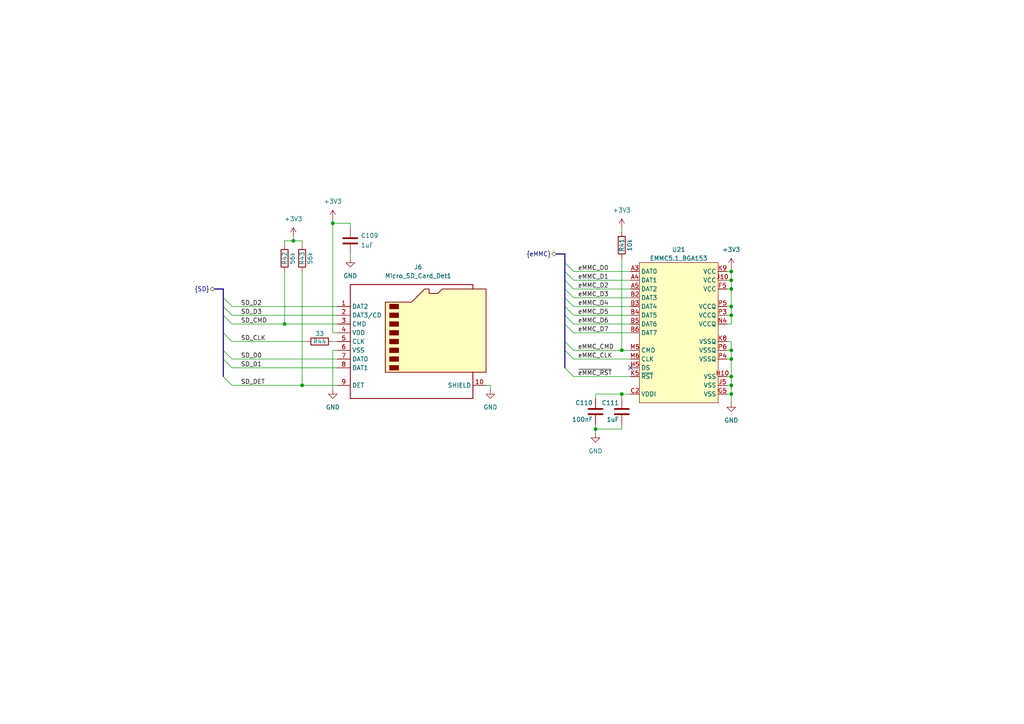
<source format=kicad_sch>
(kicad_sch (version 20250114) (generator "eeschema") (generator_version "9.0")
  (paper "A4")
  (title_block (title "Icepi CM0") (date "2025-11-03") (rev "v1.0") (company "Icy Electronics") (comment 1 "Chengyin Yao (cheyao)") (comment 2 "https://github.com/cheyao/icepi-cm0"))
  (lib_symbols
    (symbol "Connector:Micro_SD_Card_Det1"
      (property "Reference" "J" (at -16.51 17.78 0))
      (property "Value" "Micro_SD_Card_Det1" (at 16.51 17.78 0))
      (symbol "Micro_SD_Card_Det1_0_1"
        (polyline (pts (xy -8.89 -8.89) (xy -8.89 11.43) (xy -1.27 11.43) (xy 2.54 15.24) (xy 3.81 15.24) (xy 3.81 13.97) (xy 6.35 13.97) (xy 7.62 15.24) (xy 20.32 15.24) (xy 20.32 -8.89) (xy -8.89 -8.89)) (stroke (width 0.254)) (fill (type background)))
        (rectangle (start -7.62 10.795) (end -5.08 9.525) (stroke (width 0.254)) (fill (type outline)))
        (rectangle (start -7.62 8.255) (end -5.08 6.985) (stroke (width 0.254)) (fill (type outline)))
        (rectangle (start -7.62 5.715) (end -5.08 4.445) (stroke (width 0.254)) (fill (type outline)))
        (rectangle (start -7.62 3.175) (end -5.08 1.905) (stroke (width 0.254)) (fill (type outline)))
        (rectangle (start -7.62 0.635) (end -5.08 -0.635) (stroke (width 0.254)) (fill (type outline)))
        (rectangle (start -7.62 -1.905) (end -5.08 -3.175) (stroke (width 0.254)) (fill (type outline)))
        (rectangle (start -7.62 -4.445) (end -5.08 -5.715) (stroke (width 0.254)) (fill (type outline)))
        (rectangle (start -7.62 -6.985) (end -5.08 -8.255) (stroke (width 0.254)) (fill (type outline)))
        (polyline (pts (xy 16.51 15.24) (xy 16.51 16.51) (xy -19.05 16.51) (xy -19.05 -16.51) (xy 16.51 -16.51) (xy 16.51 -8.89)) (stroke (width 0.254)))
      )
      (symbol "Micro_SD_Card_Det1_1_1"
        (pin bidirectional line (at -22.86 10.16 0) (length 3.81) (name "DAT2") (number "1"))
        (pin bidirectional line (at -22.86 7.62 0) (length 3.81) (name "DAT3/CD") (number "2"))
        (pin input line (at -22.86 5.08 0) (length 3.81) (name "CMD") (number "3"))
        (pin power_in line (at -22.86 2.54 0) (length 3.81) (name "VDD") (number "4"))
        (pin input line (at -22.86 0 0) (length 3.81) (name "CLK") (number "5"))
        (pin power_in line (at -22.86 -2.54 0) (length 3.81) (name "VSS") (number "6"))
        (pin bidirectional line (at -22.86 -5.08 0) (length 3.81) (name "DAT0") (number "7"))
        (pin bidirectional line (at -22.86 -7.62 0) (length 3.81) (name "DAT1") (number "8"))
        (pin passive line (at -22.86 -12.7 0) (length 3.81) (name "DET") (number "9"))
        (pin passive line (at 20.32 -12.7 180) (length 3.81) (name "SHIELD") (number "10"))
      )
    )
    (symbol "Device:C" (pin_numbers (hide yes)) (pin_names (offset 0.254))
      (property "Reference" "C" (at 0.635 2.54 0))
      (property "Value" "C" (at 0.635 -2.54 0))
      (symbol "C_0_1"
        (polyline (pts (xy -2.032 0.762) (xy 2.032 0.762)) (stroke (width 0.508)))
        (polyline (pts (xy -2.032 -0.762) (xy 2.032 -0.762)) (stroke (width 0.508)))
      )
      (symbol "C_1_1"
        (pin passive line (at 0 3.81 270) (length 2.794) (name "~") (number "1"))
        (pin passive line (at 0 -3.81 90) (length 2.794) (name "~") (number "2"))
      )
    )
    (symbol "Device:R" (pin_numbers (hide yes)) (pin_names (offset 0))
      (property "Reference" "R" (at 2.032 0 90))
      (property "Value" "R" (at 0 0 90))
      (symbol "R_0_1"
        (rectangle (start -1.016 -2.54) (end 1.016 2.54) (stroke (width 0.254)))
      )
      (symbol "R_1_1"
        (pin passive line (at 0 3.81 270) (length 1.27) (name "~") (number "1"))
        (pin passive line (at 0 -3.81 90) (length 1.27) (name "~") (number "2"))
      )
    )
    (symbol "cm0:EMMC5.1_BGA153"
      (property "Reference" "U" (at 0 23.622 0))
      (property "Value" "EMMC5.1_BGA153" (at 0 21.59 0))
      (symbol "EMMC5.1_BGA153_0_0"
        (pin bidirectional line (at -13.97 17.78 0) (length 2.54) (name "DAT0") (number "A3"))
        (pin bidirectional line (at -13.97 15.24 0) (length 2.54) (name "DAT1") (number "A4"))
        (pin bidirectional line (at -13.97 12.7 0) (length 2.54) (name "DAT2") (number "A5"))
        (pin bidirectional line (at -13.97 10.16 0) (length 2.54) (name "DAT3") (number "B2"))
        (pin bidirectional line (at -13.97 7.62 0) (length 2.54) (name "DAT4") (number "B3"))
        (pin bidirectional line (at -13.97 5.08 0) (length 2.54) (name "DAT5") (number "B4"))
        (pin bidirectional line (at -13.97 2.54 0) (length 2.54) (name "DAT6") (number "B5"))
        (pin bidirectional line (at -13.97 0 0) (length 2.54) (name "DAT7") (number "B6"))
        (pin input line (at -13.97 -5.08 0) (length 2.54) (name "CMD") (number "M5"))
        (pin input line (at -13.97 -7.62 0) (length 2.54) (name "CLK") (number "M6"))
        (pin input line (at -13.97 -10.16 0) (length 2.54) (name "DS") (number "H5"))
        (pin input line (at -13.97 -12.7 0) (length 2.54) (name "~{RST}") (number "K5"))
        (pin power_in line (at -13.97 -17.78 0) (length 2.54) (name "VDDI") (number "C2"))
        (pin no_connect line (at 0 -22.86 90) (length 2.54) (hide yes) (name "NC") (number "A1"))
        (pin no_connect line (at 0 -22.86 90) (length 2.54) (hide yes) (name "NC") (number "A10"))
        (pin no_connect line (at 0 -22.86 90) (length 2.54) (hide yes) (name "NC") (number "A11"))
        (pin no_connect line (at 0 -22.86 90) (length 2.54) (hide yes) (name "NC") (number "A12"))
        (pin no_connect line (at 0 -22.86 90) (length 2.54) (hide yes) (name "NC") (number "A13"))
        (pin no_connect line (at 0 -22.86 90) (length 2.54) (hide yes) (name "NC") (number "A14"))
        (pin no_connect line (at 0 -22.86 90) (length 2.54) (hide yes) (name "NC") (number "A2"))
        (pin no_connect line (at 0 -22.86 90) (length 2.54) (hide yes) (name "NC") (number "A7"))
        (pin no_connect line (at 0 -22.86 90) (length 2.54) (hide yes) (name "NC") (number "A8"))
        (pin no_connect line (at 0 -22.86 90) (length 2.54) (hide yes) (name "NC") (number "A9"))
        (pin no_connect line (at 0 -22.86 90) (length 2.54) (hide yes) (name "NC") (number "B1"))
        (pin no_connect line (at 0 -22.86 90) (length 2.54) (hide yes) (name "NC") (number "B10"))
        (pin no_connect line (at 0 -22.86 90) (length 2.54) (hide yes) (name "NC") (number "B11"))
        (pin no_connect line (at 0 -22.86 90) (length 2.54) (hide yes) (name "NC") (number "B12"))
        (pin no_connect line (at 0 -22.86 90) (length 2.54) (hide yes) (name "NC") (number "B13"))
        (pin no_connect line (at 0 -22.86 90) (length 2.54) (hide yes) (name "NC") (number "B14"))
        (pin no_connect line (at 0 -22.86 90) (length 2.54) (hide yes) (name "NC") (number "B7"))
        (pin no_connect line (at 0 -22.86 90) (length 2.54) (hide yes) (name "NC") (number "B8"))
        (pin no_connect line (at 0 -22.86 90) (length 2.54) (hide yes) (name "NC") (number "B9"))
        (pin no_connect line (at 0 -22.86 90) (length 2.54) (hide yes) (name "NC") (number "C1"))
        (pin no_connect line (at 0 -22.86 90) (length 2.54) (hide yes) (name "NC") (number "C10"))
        (pin no_connect line (at 0 -22.86 90) (length 2.54) (hide yes) (name "NC") (number "C11"))
        (pin no_connect line (at 0 -22.86 90) (length 2.54) (hide yes) (name "NC") (number "C12"))
        (pin no_connect line (at 0 -22.86 90) (length 2.54) (hide yes) (name "NC") (number "C13"))
        (pin no_connect line (at 0 -22.86 90) (length 2.54) (hide yes) (name "NC") (number "C14"))
        (pin no_connect line (at 0 -22.86 90) (length 2.54) (hide yes) (name "NC") (number "C3"))
        (pin no_connect line (at 0 -22.86 90) (length 2.54) (hide yes) (name "NC") (number "C5"))
        (pin no_connect line (at 0 -22.86 90) (length 2.54) (hide yes) (name "NC") (number "C7"))
        (pin no_connect line (at 0 -22.86 90) (length 2.54) (hide yes) (name "NC") (number "C8"))
        (pin no_connect line (at 0 -22.86 90) (length 2.54) (hide yes) (name "NC") (number "C9"))
        (pin no_connect line (at 0 -22.86 90) (length 2.54) (hide yes) (name "NC") (number "D1"))
        (pin no_connect line (at 0 -22.86 90) (length 2.54) (hide yes) (name "NC") (number "D12"))
        (pin no_connect line (at 0 -22.86 90) (length 2.54) (hide yes) (name "NC") (number "D13"))
        (pin no_connect line (at 0 -22.86 90) (length 2.54) (hide yes) (name "NC") (number "D14"))
        (pin no_connect line (at 0 -22.86 90) (length 2.54) (hide yes) (name "NC") (number "D2"))
        (pin no_connect line (at 0 -22.86 90) (length 2.54) (hide yes) (name "NC") (number "D3"))
        (pin no_connect line (at 0 -22.86 90) (length 2.54) (hide yes) (name "NC") (number "D4"))
        (pin no_connect line (at 0 -22.86 90) (length 2.54) (hide yes) (name "NC") (number "E1"))
        (pin no_connect line (at 0 -22.86 90) (length 2.54) (hide yes) (name "NC") (number "E10"))
        (pin no_connect line (at 0 -22.86 90) (length 2.54) (hide yes) (name "NC") (number "E12"))
        (pin no_connect line (at 0 -22.86 90) (length 2.54) (hide yes) (name "NC") (number "E13"))
        (pin no_connect line (at 0 -22.86 90) (length 2.54) (hide yes) (name "NC") (number "E14"))
        (pin no_connect line (at 0 -22.86 90) (length 2.54) (hide yes) (name "NC") (number "E2"))
        (pin no_connect line (at 0 -22.86 90) (length 2.54) (hide yes) (name "NC") (number "E3"))
        (pin no_connect line (at 0 -22.86 90) (length 2.54) (hide yes) (name "NC") (number "E8"))
        (pin no_connect line (at 0 -22.86 90) (length 2.54) (hide yes) (name "NC") (number "E9"))
        (pin no_connect line (at 0 -22.86 90) (length 2.54) (hide yes) (name "NC") (number "F1"))
        (pin no_connect line (at 0 -22.86 90) (length 2.54) (hide yes) (name "NC") (number "F10"))
        (pin no_connect line (at 0 -22.86 90) (length 2.54) (hide yes) (name "NC") (number "F12"))
        (pin no_connect line (at 0 -22.86 90) (length 2.54) (hide yes) (name "NC") (number "F13"))
        (pin no_connect line (at 0 -22.86 90) (length 2.54) (hide yes) (name "NC") (number "F14"))
        (pin no_connect line (at 0 -22.86 90) (length 2.54) (hide yes) (name "NC") (number "F2"))
        (pin no_connect line (at 0 -22.86 90) (length 2.54) (hide yes) (name "NC") (number "F3"))
        (pin no_connect line (at 0 -22.86 90) (length 2.54) (hide yes) (name "NC") (number "G1"))
        (pin no_connect line (at 0 -22.86 90) (length 2.54) (hide yes) (name "NC") (number "G10"))
        (pin no_connect line (at 0 -22.86 90) (length 2.54) (hide yes) (name "NC") (number "G12"))
        (pin no_connect line (at 0 -22.86 90) (length 2.54) (hide yes) (name "NC") (number "G13"))
        (pin no_connect line (at 0 -22.86 90) (length 2.54) (hide yes) (name "NC") (number "G14"))
        (pin no_connect line (at 0 -22.86 90) (length 2.54) (hide yes) (name "NC") (number "G2"))
        (pin no_connect line (at 0 -22.86 90) (length 2.54) (hide yes) (name "NC") (number "G3"))
        (pin no_connect line (at 0 -22.86 90) (length 2.54) (hide yes) (name "NC") (number "H1"))
        (pin no_connect line (at 0 -22.86 90) (length 2.54) (hide yes) (name "NC") (number "H12"))
        (pin no_connect line (at 0 -22.86 90) (length 2.54) (hide yes) (name "NC") (number "H13"))
        (pin no_connect line (at 0 -22.86 90) (length 2.54) (hide yes) (name "NC") (number "H14"))
        (pin no_connect line (at 0 -22.86 90) (length 2.54) (hide yes) (name "NC") (number "H2"))
        (pin no_connect line (at 0 -22.86 90) (length 2.54) (hide yes) (name "NC") (number "H3"))
        (pin no_connect line (at 0 -22.86 90) (length 2.54) (hide yes) (name "NC") (number "J1"))
        (pin no_connect line (at 0 -22.86 90) (length 2.54) (hide yes) (name "NC") (number "J12"))
        (pin no_connect line (at 0 -22.86 90) (length 2.54) (hide yes) (name "NC") (number "J13"))
        (pin no_connect line (at 0 -22.86 90) (length 2.54) (hide yes) (name "NC") (number "J14"))
        (pin no_connect line (at 0 -22.86 90) (length 2.54) (hide yes) (name "NC") (number "J2"))
        (pin no_connect line (at 0 -22.86 90) (length 2.54) (hide yes) (name "NC") (number "J3"))
        (pin no_connect line (at 0 -22.86 90) (length 2.54) (hide yes) (name "NC") (number "K1"))
        (pin no_connect line (at 0 -22.86 90) (length 2.54) (hide yes) (name "NC") (number "K10"))
        (pin no_connect line (at 0 -22.86 90) (length 2.54) (hide yes) (name "NC") (number "K12"))
        (pin no_connect line (at 0 -22.86 90) (length 2.54) (hide yes) (name "NC") (number "K13"))
        (pin no_connect line (at 0 -22.86 90) (length 2.54) (hide yes) (name "NC") (number "K14"))
        (pin no_connect line (at 0 -22.86 90) (length 2.54) (hide yes) (name "NC") (number "K2"))
        (pin no_connect line (at 0 -22.86 90) (length 2.54) (hide yes) (name "NC") (number "K3"))
        (pin no_connect line (at 0 -22.86 90) (length 2.54) (hide yes) (name "NC") (number "K6"))
        (pin no_connect line (at 0 -22.86 90) (length 2.54) (hide yes) (name "NC") (number "K7"))
        (pin no_connect line (at 0 -22.86 90) (length 2.54) (hide yes) (name "NC") (number "L1"))
        (pin no_connect line (at 0 -22.86 90) (length 2.54) (hide yes) (name "NC") (number "L12"))
        (pin no_connect line (at 0 -22.86 90) (length 2.54) (hide yes) (name "NC") (number "L13"))
        (pin no_connect line (at 0 -22.86 90) (length 2.54) (hide yes) (name "NC") (number "L14"))
        (pin no_connect line (at 0 -22.86 90) (length 2.54) (hide yes) (name "NC") (number "L2"))
        (pin no_connect line (at 0 -22.86 90) (length 2.54) (hide yes) (name "NC") (number "L3"))
        (pin no_connect line (at 0 -22.86 90) (length 2.54) (hide yes) (name "NC") (number "M1"))
        (pin no_connect line (at 0 -22.86 90) (length 2.54) (hide yes) (name "NC") (number "M10"))
        (pin no_connect line (at 0 -22.86 90) (length 2.54) (hide yes) (name "NC") (number "M11"))
        (pin no_connect line (at 0 -22.86 90) (length 2.54) (hide yes) (name "NC") (number "M12"))
        (pin no_connect line (at 0 -22.86 90) (length 2.54) (hide yes) (name "NC") (number "M13"))
        (pin no_connect line (at 0 -22.86 90) (length 2.54) (hide yes) (name "NC") (number "M14"))
        (pin no_connect line (at 0 -22.86 90) (length 2.54) (hide yes) (name "NC") (number "M2"))
        (pin no_connect line (at 0 -22.86 90) (length 2.54) (hide yes) (name "NC") (number "M3"))
        (pin no_connect line (at 0 -22.86 90) (length 2.54) (hide yes) (name "NC") (number "M7"))
        (pin no_connect line (at 0 -22.86 90) (length 2.54) (hide yes) (name "NC") (number "M8"))
        (pin no_connect line (at 0 -22.86 90) (length 2.54) (hide yes) (name "NC") (number "M9"))
        (pin no_connect line (at 0 -22.86 90) (length 2.54) (hide yes) (name "NC") (number "N1"))
        (pin no_connect line (at 0 -22.86 90) (length 2.54) (hide yes) (name "NC") (number "N10"))
        (pin no_connect line (at 0 -22.86 90) (length 2.54) (hide yes) (name "NC") (number "N11"))
        (pin no_connect line (at 0 -22.86 90) (length 2.54) (hide yes) (name "NC") (number "N12"))
        (pin no_connect line (at 0 -22.86 90) (length 2.54) (hide yes) (name "NC") (number "N13"))
        (pin no_connect line (at 0 -22.86 90) (length 2.54) (hide yes) (name "NC") (number "N14"))
        (pin no_connect line (at 0 -22.86 90) (length 2.54) (hide yes) (name "NC") (number "N3"))
        (pin no_connect line (at 0 -22.86 90) (length 2.54) (hide yes) (name "NC") (number "N6"))
        (pin no_connect line (at 0 -22.86 90) (length 2.54) (hide yes) (name "NC") (number "N7"))
        (pin no_connect line (at 0 -22.86 90) (length 2.54) (hide yes) (name "NC") (number "N8"))
        (pin no_connect line (at 0 -22.86 90) (length 2.54) (hide yes) (name "NC") (number "N9"))
        (pin no_connect line (at 0 -22.86 90) (length 2.54) (hide yes) (name "NC") (number "P1"))
        (pin no_connect line (at 0 -22.86 90) (length 2.54) (hide yes) (name "NC") (number "P10"))
        (pin no_connect line (at 0 -22.86 90) (length 2.54) (hide yes) (name "NC") (number "P11"))
        (pin no_connect line (at 0 -22.86 90) (length 2.54) (hide yes) (name "NC") (number "P12"))
        (pin no_connect line (at 0 -22.86 90) (length 2.54) (hide yes) (name "NC") (number "P13"))
        (pin no_connect line (at 0 -22.86 90) (length 2.54) (hide yes) (name "NC") (number "P14"))
        (pin no_connect line (at 0 -22.86 90) (length 2.54) (hide yes) (name "NC") (number "P2"))
        (pin no_connect line (at 0 -22.86 90) (length 2.54) (hide yes) (name "NC") (number "P7"))
        (pin no_connect line (at 0 -22.86 90) (length 2.54) (hide yes) (name "NC") (number "P8"))
        (pin no_connect line (at 0 -22.86 90) (length 2.54) (hide yes) (name "NC") (number "P9"))
        (pin power_in line (at 13.97 17.78 180) (length 2.54) (name "VCC") (number "K9"))
        (pin power_in line (at 13.97 15.24 180) (length 2.54) (name "VCC") (number "J10"))
        (pin power_in line (at 13.97 12.7 180) (length 2.54) (hide yes) (name "VCC") (number "E6"))
        (pin power_in line (at 13.97 12.7 180) (length 2.54) (name "VCC") (number "F5"))
        (pin power_in line (at 13.97 7.62 180) (length 2.54) (name "VCCQ") (number "P5"))
        (pin power_in line (at 13.97 5.08 180) (length 2.54) (hide yes) (name "VCCQ") (number "M4"))
        (pin power_in line (at 13.97 5.08 180) (length 2.54) (name "VCCQ") (number "P3"))
        (pin power_in line (at 13.97 2.54 180) (length 2.54) (hide yes) (name "VCCQ") (number "C6"))
        (pin power_in line (at 13.97 2.54 180) (length 2.54) (name "VCCQ") (number "N4"))
        (pin power_in line (at 13.97 -2.54 180) (length 2.54) (name "VSSQ") (number "K8"))
        (pin power_in line (at 13.97 -2.54 180) (length 2.54) (hide yes) (name "VSSQ") (number "N5"))
        (pin power_in line (at 13.97 -5.08 180) (length 2.54) (hide yes) (name "VSSQ") (number "N2"))
        (pin power_in line (at 13.97 -5.08 180) (length 2.54) (name "VSSQ") (number "P6"))
        (pin power_in line (at 13.97 -7.62 180) (length 2.54) (hide yes) (name "VSSQ") (number "C4"))
        (pin power_in line (at 13.97 -7.62 180) (length 2.54) (name "VSSQ") (number "P4"))
        (pin power_in line (at 13.97 -12.7 180) (length 2.54) (name "VSS") (number "H10"))
        (pin power_in line (at 13.97 -15.24 180) (length 2.54) (hide yes) (name "VSS") (number "E7"))
        (pin power_in line (at 13.97 -15.24 180) (length 2.54) (name "VSS") (number "J5"))
        (pin power_in line (at 13.97 -17.78 180) (length 2.54) (hide yes) (name "VSS") (number "A6"))
        (pin power_in line (at 13.97 -17.78 180) (length 2.54) (name "VSS") (number "G5"))
      )
      (symbol "EMMC5.1_BGA153_1_1"
        (rectangle (start -11.43 20.32) (end 11.43 -20.32) (fill (type background)))
        (pin no_connect line (at 0 -22.86 90) (length 2.54) (hide yes) (name "NC") (number "E5"))
      )
    )
    (symbol "power:+3V3" (power) (pin_numbers (hide yes)) (pin_names (offset 0) (hide yes))
      (property "Value" "+3V3" (at 0 3.556 0))
      (symbol "+3V3_0_1"
        (polyline (pts (xy -0.762 1.27) (xy 0 2.54)))
        (polyline (pts (xy 0 2.54) (xy 0.762 1.27)))
        (polyline (pts (xy 0 0) (xy 0 2.54)))
      )
      (symbol "+3V3_1_1"
        (pin power_in line (at 0 0 90) (length 0) (name "~") (number "1"))
      )
    )
    (symbol "power:GND" (power) (pin_numbers (hide yes)) (pin_names (offset 0) (hide yes))
      (property "Value" "GND" (at 0 -3.81 0))
      (symbol "GND_0_1"
        (polyline (pts (xy 0 0) (xy 0 -1.27) (xy 1.27 -1.27) (xy 0 -2.54) (xy -1.27 -1.27) (xy 0 -1.27)))
      )
      (symbol "GND_1_1"
        (pin power_in line (at 0 0 270) (length 0) (name "~") (number "1"))
      )
    )
  )
  (bus_alias "SD" (members "SD_D0" "SD_D1" "SD_D2" "SD_D3" "SD_DET" "SD_CMD" "SD_CLK"))
  (bus_alias "eMMC" (members "eMMC_D0" "eMMC_D1" "eMMC_D2" "eMMC_D3" "eMMC_D4" "eMMC_D5" "eMMC_D6" "eMMC_D7" "eMMC_CMD" "eMMC_CLK" "~{eMMC_RST}"))
  (junction (at 87.63 111.76))
  (junction (at 180.34 101.6))
  (junction (at 212.09 111.76))
  (junction (at 212.09 91.44))
  (junction (at 212.09 88.9))
  (junction (at 212.09 101.6))
  (junction (at 212.09 114.3))
  (junction (at 212.09 83.82))
  (junction (at 172.72 124.46))
  (junction (at 85.09 69.85))
  (junction (at 82.55 93.98))
  (junction (at 212.09 78.74))
  (junction (at 212.09 109.22))
  (junction (at 96.52 64.77))
  (junction (at 212.09 81.28))
  (junction (at 212.09 104.14))
  (junction (at 180.34 114.3))
  (no_connect (at 182.88 106.68))
  (bus_entry (at 166.37 81.28) (size -2.54 -2.54))
  (bus_entry (at 67.31 88.9) (size -2.54 -2.54))
  (bus_entry (at 166.37 88.9) (size -2.54 -2.54))
  (bus_entry (at 67.31 104.14) (size -2.54 -2.54))
  (bus_entry (at 166.37 96.52) (size -2.54 -2.54))
  (bus_entry (at 67.31 111.76) (size -2.54 -2.54))
  (bus_entry (at 166.37 91.44) (size -2.54 -2.54))
  (bus_entry (at 166.37 78.74) (size -2.54 -2.54))
  (bus_entry (at 67.31 99.06) (size -2.54 -2.54))
  (bus_entry (at 166.37 86.36) (size -2.54 -2.54))
  (bus_entry (at 166.37 109.22) (size -2.54 -2.54))
  (bus_entry (at 166.37 104.14) (size -2.54 -2.54))
  (bus_entry (at 166.37 101.6) (size -2.54 -2.54))
  (bus_entry (at 67.31 93.98) (size -2.54 -2.54))
  (bus_entry (at 67.31 91.44) (size -2.54 -2.54))
  (bus_entry (at 166.37 83.82) (size -2.54 -2.54))
  (bus_entry (at 67.31 106.68) (size -2.54 -2.54))
  (bus_entry (at 166.37 93.98) (size -2.54 -2.54))
  (bus (pts (xy 64.77 88.9) (xy 64.77 86.36)))
  (wire (pts (xy 212.09 83.82) (xy 210.82 83.82)))
  (wire (pts (xy 180.34 66.04) (xy 180.34 67.31)))
  (wire (pts (xy 101.6 73.66) (xy 101.6 74.93)))
  (wire (pts (xy 142.24 113.03) (xy 142.24 111.76)))
  (bus (pts (xy 163.83 101.6) (xy 163.83 99.06)))
  (wire (pts (xy 212.09 81.28) (xy 212.09 83.82)))
  (wire (pts (xy 212.09 99.06) (xy 210.82 99.06)))
  (wire (pts (xy 166.37 81.28) (xy 182.88 81.28)))
  (bus (pts (xy 163.83 86.36) (xy 163.83 83.82)))
  (wire (pts (xy 101.6 66.04) (xy 101.6 64.77)))
  (wire (pts (xy 67.31 88.9) (xy 97.79 88.9)))
  (wire (pts (xy 180.34 123.19) (xy 180.34 124.46)))
  (bus (pts (xy 64.77 91.44) (xy 64.77 96.52)))
  (wire (pts (xy 85.09 68.58) (xy 85.09 69.85)))
  (wire (pts (xy 212.09 116.84) (xy 212.09 114.3)))
  (wire (pts (xy 96.52 99.06) (xy 97.79 99.06)))
  (bus (pts (xy 163.83 93.98) (xy 163.83 91.44)))
  (bus (pts (xy 163.83 73.66) (xy 161.29 73.66)))
  (wire (pts (xy 212.09 114.3) (xy 212.09 111.76)))
  (wire (pts (xy 166.37 88.9) (xy 182.88 88.9)))
  (wire (pts (xy 87.63 111.76) (xy 97.79 111.76)))
  (wire (pts (xy 67.31 106.68) (xy 97.79 106.68)))
  (wire (pts (xy 82.55 93.98) (xy 97.79 93.98)))
  (bus (pts (xy 64.77 83.82) (xy 62.23 83.82)))
  (wire (pts (xy 212.09 88.9) (xy 212.09 91.44)))
  (wire (pts (xy 166.37 109.22) (xy 182.88 109.22)))
  (wire (pts (xy 67.31 91.44) (xy 97.79 91.44)))
  (wire (pts (xy 210.82 101.6) (xy 212.09 101.6)))
  (wire (pts (xy 67.31 111.76) (xy 87.63 111.76)))
  (wire (pts (xy 96.52 101.6) (xy 97.79 101.6)))
  (wire (pts (xy 180.34 74.93) (xy 180.34 101.6)))
  (wire (pts (xy 85.09 69.85) (xy 87.63 69.85)))
  (wire (pts (xy 210.82 111.76) (xy 212.09 111.76)))
  (wire (pts (xy 67.31 104.14) (xy 97.79 104.14)))
  (wire (pts (xy 212.09 109.22) (xy 212.09 104.14)))
  (wire (pts (xy 172.72 124.46) (xy 172.72 123.19)))
  (wire (pts (xy 101.6 64.77) (xy 96.52 64.77)))
  (wire (pts (xy 212.09 78.74) (xy 212.09 81.28)))
  (bus (pts (xy 64.77 96.52) (xy 64.77 101.6)))
  (bus (pts (xy 163.83 81.28) (xy 163.83 78.74)))
  (bus (pts (xy 64.77 91.44) (xy 64.77 88.9)))
  (bus (pts (xy 163.83 78.74) (xy 163.83 76.2)))
  (wire (pts (xy 210.82 114.3) (xy 212.09 114.3)))
  (wire (pts (xy 166.37 93.98) (xy 182.88 93.98)))
  (wire (pts (xy 182.88 114.3) (xy 180.34 114.3)))
  (wire (pts (xy 166.37 83.82) (xy 182.88 83.82)))
  (wire (pts (xy 210.82 104.14) (xy 212.09 104.14)))
  (wire (pts (xy 142.24 111.76) (xy 140.97 111.76)))
  (wire (pts (xy 212.09 77.47) (xy 212.09 78.74)))
  (wire (pts (xy 212.09 91.44) (xy 212.09 93.98)))
  (wire (pts (xy 210.82 109.22) (xy 212.09 109.22)))
  (wire (pts (xy 212.09 111.76) (xy 212.09 109.22)))
  (wire (pts (xy 82.55 69.85) (xy 82.55 71.12)))
  (wire (pts (xy 166.37 86.36) (xy 182.88 86.36)))
  (wire (pts (xy 166.37 78.74) (xy 182.88 78.74)))
  (wire (pts (xy 166.37 91.44) (xy 182.88 91.44)))
  (bus (pts (xy 163.83 99.06) (xy 163.83 93.98)))
  (bus (pts (xy 163.83 76.2) (xy 163.83 73.66)))
  (wire (pts (xy 87.63 69.85) (xy 87.63 71.12)))
  (wire (pts (xy 96.52 96.52) (xy 97.79 96.52)))
  (wire (pts (xy 166.37 96.52) (xy 182.88 96.52)))
  (wire (pts (xy 82.55 78.74) (xy 82.55 93.98)))
  (bus (pts (xy 163.83 88.9) (xy 163.83 86.36)))
  (wire (pts (xy 172.72 124.46) (xy 172.72 125.73)))
  (wire (pts (xy 212.09 91.44) (xy 210.82 91.44)))
  (bus (pts (xy 163.83 91.44) (xy 163.83 88.9)))
  (wire (pts (xy 96.52 64.77) (xy 96.52 96.52)))
  (wire (pts (xy 96.52 63.5) (xy 96.52 64.77)))
  (wire (pts (xy 212.09 81.28) (xy 210.82 81.28)))
  (wire (pts (xy 212.09 104.14) (xy 212.09 101.6)))
  (wire (pts (xy 212.09 101.6) (xy 212.09 99.06)))
  (wire (pts (xy 180.34 114.3) (xy 180.34 115.57)))
  (wire (pts (xy 96.52 113.03) (xy 96.52 101.6)))
  (wire (pts (xy 210.82 78.74) (xy 212.09 78.74)))
  (wire (pts (xy 67.31 99.06) (xy 88.9 99.06)))
  (wire (pts (xy 67.31 93.98) (xy 82.55 93.98)))
  (bus (pts (xy 64.77 104.14) (xy 64.77 101.6)))
  (wire (pts (xy 180.34 124.46) (xy 172.72 124.46)))
  (bus (pts (xy 163.83 101.6) (xy 163.83 106.68)))
  (wire (pts (xy 172.72 115.57) (xy 172.72 114.3)))
  (wire (pts (xy 166.37 104.14) (xy 182.88 104.14)))
  (wire (pts (xy 180.34 101.6) (xy 182.88 101.6)))
  (wire (pts (xy 212.09 93.98) (xy 210.82 93.98)))
  (wire (pts (xy 85.09 69.85) (xy 82.55 69.85)))
  (bus (pts (xy 64.77 109.22) (xy 64.77 104.14)))
  (wire (pts (xy 87.63 78.74) (xy 87.63 111.76)))
  (bus (pts (xy 64.77 86.36) (xy 64.77 83.82)))
  (bus (pts (xy 163.83 83.82) (xy 163.83 81.28)))
  (wire (pts (xy 172.72 114.3) (xy 180.34 114.3)))
  (wire (pts (xy 166.37 101.6) (xy 180.34 101.6)))
  (wire (pts (xy 212.09 88.9) (xy 210.82 88.9)))
  (wire (pts (xy 212.09 83.82) (xy 212.09 88.9)))
  (label "SD_D0" (at 69.85 104.14 0))
  (label "SD_D1" (at 69.85 106.68 0))
  (label "SD_D2" (at 69.85 88.9 0))
  (label "eMMC_D5" (at 167.64 91.44 0))
  (label "SD_CLK" (at 69.85 99.06 0))
  (label "SD_D3" (at 69.85 91.44 0))
  (label "SD_DET" (at 69.85 111.76 0))
  (label "eMMC_D1" (at 167.64 81.28 0))
  (label "eMMC_D3" (at 167.64 86.36 0))
  (label "eMMC_CMD" (at 167.64 101.6 0))
  (label "SD_CMD" (at 69.85 93.98 0))
  (label "eMMC_D4" (at 167.64 88.9 0))
  (label "eMMC_CLK" (at 167.64 104.14 0))
  (label "eMMC_D0" (at 167.64 78.74 0))
  (label "eMMC_D2" (at 167.64 83.82 0))
  (label "eMMC_D6" (at 167.64 93.98 0))
  (label "eMMC_D7" (at 167.64 96.52 0))
  (label "~{eMMC_RST}" (at 167.64 109.22 0))
  (hierarchical_label "{SD}" (shape bidirectional) (at 62.23 83.82 180))
  (hierarchical_label "{eMMC}" (shape bidirectional) (at 161.29 73.66 180))
  (symbol (lib_id "power:GND") (at 101.6 74.93 0) (unit 1)
    (property "Reference" "#PWR0132" (effects (hide yes)))
    (property "Value" "GND" (at 101.6 80.01 0))
    (property "Description" "Power symbol creates a global label with name \"GND\" , ground" (effects (hide yes)))
  )
  (symbol (lib_id "Device:C") (at 180.34 119.38 180) (unit 1)
    (property "Reference" "C111" (at 179.578 116.84 0) (effects (justify left)))
    (property "Value" "1uF" (at 179.578 121.666 0) (effects (justify left)))
    (property "Footprint" "Capacitor_SMD:C_0402_1005Metric" (effects (hide yes)))
    (property "Description" "Unpolarized capacitor" (effects (hide yes)))
    (property "LCSC Part #" "C52923" (effects (hide yes)))
  )
  (symbol (lib_id "power:+3V3") (at 180.34 66.04 0) (unit 1)
    (property "Reference" "#PWR0130" (effects (hide yes)))
    (property "Value" "+3V3" (at 180.34 60.96 0))
    (property "Description" "Power symbol creates a global label with name \"+3V3\"" (effects (hide yes)))
  )
  (symbol (lib_id "Device:R") (at 180.34 71.12 0) (unit 1)
    (property "Reference" "R41" (at 180.34 71.12 90))
    (property "Value" "10k" (at 182.626 71.12 90))
    (property "Footprint" "Resistor_SMD:R_0402_1005Metric" (effects (hide yes)))
    (property "Description" "Resistor" (effects (hide yes)))
    (property "LCSC Part #" "C25744" (effects (hide yes)))
  )
  (symbol (lib_id "Device:R") (at 82.55 74.93 0) (unit 1)
    (property "Reference" "R42" (at 82.55 74.93 90))
    (property "Value" "56k" (at 84.836 74.93 90))
    (property "Footprint" "Resistor_SMD:R_0402_1005Metric" (effects (hide yes)))
    (property "Description" "Resistor" (effects (hide yes)))
    (property "LCSC Part #" "C25796" (effects (hide yes)))
  )
  (symbol (lib_id "Device:C") (at 172.72 119.38 0) (mirror y) (unit 1)
    (property "Reference" "C110" (at 171.958 116.84 0) (effects (justify left)))
    (property "Value" "100nF" (at 171.958 121.666 0) (effects (justify left)))
    (property "Footprint" "Capacitor_SMD:C_0402_1005Metric" (effects (hide yes)))
    (property "Description" "Unpolarized capacitor" (effects (hide yes)))
    (property "LCSC Part #" "C1525" (effects (hide yes)))
  )
  (symbol (lib_id "power:GND") (at 142.24 113.03 0) (unit 1)
    (property "Reference" "#PWR0135" (effects (hide yes)))
    (property "Value" "GND" (at 142.24 118.11 0))
    (property "Description" "Power symbol creates a global label with name \"GND\" , ground" (effects (hide yes)))
  )
  (symbol (lib_id "Connector:Micro_SD_Card_Det1") (at 120.65 99.06 0) (unit 1)
    (property "Reference" "J6" (at 121.285 77.47 0))
    (property "Value" "Micro_SD_Card_Det1" (at 121.285 80.01 0))
    (property "Footprint" "cm0:microSD_TF-01A" (effects (hide yes)))
    (property "Datasheet" "https://datasheet.lcsc.com/lcsc/2110151630_XKB-Connectivity-XKTF-015-N_C381082.pdf" (effects (hide yes)))
    (property "Description" "Micro SD Card Socket with one card detection pin" (effects (hide yes)))
    (property "LCSC Part #" "C2889258" (effects (hide yes)))
  )
  (symbol (lib_id "power:+3V3") (at 212.09 77.47 0) (unit 1)
    (property "Reference" "#PWR0133" (effects (hide yes)))
    (property "Value" "+3V3" (at 212.09 72.39 0))
    (property "Description" "Power symbol creates a global label with name \"+3V3\"" (effects (hide yes)))
  )
  (symbol (lib_id "power:GND") (at 96.52 113.03 0) (unit 1)
    (property "Reference" "#PWR0134" (effects (hide yes)))
    (property "Value" "GND" (at 96.52 118.11 0))
    (property "Description" "Power symbol creates a global label with name \"GND\" , ground" (effects (hide yes)))
  )
  (symbol (lib_id "power:+3V3") (at 85.09 68.58 0) (unit 1)
    (property "Reference" "#PWR0131" (effects (hide yes)))
    (property "Value" "+3V3" (at 85.09 63.5 0))
    (property "Description" "Power symbol creates a global label with name \"+3V3\"" (effects (hide yes)))
  )
  (symbol (lib_id "Device:R") (at 92.71 99.06 90) (unit 1)
    (property "Reference" "R44" (at 92.71 99.06 90))
    (property "Value" "33" (at 92.71 96.774 90))
    (property "Footprint" "Resistor_SMD:R_0402_1005Metric" (effects (hide yes)))
    (property "Description" "Resistor" (effects (hide yes)))
  )
  (symbol (lib_id "power:+3V3") (at 96.52 63.5 0) (unit 1)
    (property "Reference" "#PWR0129" (effects (hide yes)))
    (property "Value" "+3V3" (at 96.52 58.42 0))
    (property "Description" "Power symbol creates a global label with name \"+3V3\"" (effects (hide yes)))
  )
  (symbol (lib_id "power:GND") (at 212.09 116.84 0) (unit 1)
    (property "Reference" "#PWR0136" (effects (hide yes)))
    (property "Value" "GND" (at 212.09 121.92 0))
    (property "Description" "Power symbol creates a global label with name \"GND\" , ground" (effects (hide yes)))
  )
  (symbol (lib_id "power:GND") (at 172.72 125.73 0) (unit 1)
    (property "Reference" "#PWR0137" (effects (hide yes)))
    (property "Value" "GND" (at 172.72 130.81 0))
    (property "Description" "Power symbol creates a global label with name \"GND\" , ground" (effects (hide yes)))
  )
  (symbol (lib_id "Device:R") (at 87.63 74.93 0) (unit 1)
    (property "Reference" "R43" (at 87.63 74.93 90))
    (property "Value" "56k" (at 89.916 74.93 90))
    (property "Footprint" "Resistor_SMD:R_0402_1005Metric" (effects (hide yes)))
    (property "Description" "Resistor" (effects (hide yes)))
    (property "LCSC Part #" "C25796" (effects (hide yes)))
  )
  (symbol (lib_id "cm0:EMMC5.1_BGA153") (at 196.85 96.52 0) (unit 1)
    (property "Reference" "U21" (at 196.85 72.39 0))
    (property "Value" "EMMC5.1_BGA153" (at 196.85 74.93 0))
    (property "Footprint" "Package_BGA:LFBGA-153_11.5x13mm_Layout14x14_P0.5mm" (effects (hide yes)))
    (property "Description" "eMMC 5.1 BGA153 generic symbol" (effects (hide yes)))
  )
  (symbol (lib_id "Device:C") (at 101.6 69.85 0) (mirror x) (unit 1)
    (property "Reference" "C109" (at 104.648 68.326 0) (effects (justify left)))
    (property "Value" "1uF" (at 104.648 71.12 0) (effects (justify left)))
    (property "Footprint" "Capacitor_SMD:C_0402_1005Metric" (effects (hide yes)))
    (property "Description" "Unpolarized capacitor" (effects (hide yes)))
    (property "LCSC Part #" "C52923" (effects (hide yes)))
  )
)
</source>
